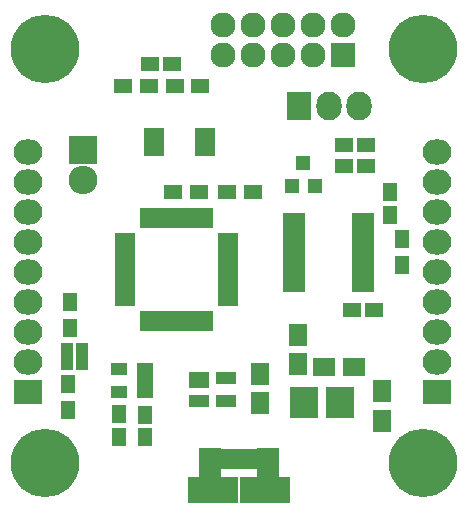
<source format=gts>
G04 #@! TF.FileFunction,Soldermask,Top*
%FSLAX46Y46*%
G04 Gerber Fmt 4.6, Leading zero omitted, Abs format (unit mm)*
G04 Created by KiCad (PCBNEW 4.0.2-stable) date 4/9/2016 9:23:23 PM*
%MOMM*%
G01*
G04 APERTURE LIST*
%ADD10C,0.100000*%
%ADD11C,5.800000*%
%ADD12R,1.150000X1.600000*%
%ADD13R,1.650000X1.900000*%
%ADD14R,1.900000X1.650000*%
%ADD15R,1.600000X1.150000*%
%ADD16R,2.127200X2.127200*%
%ADD17O,2.127200X2.127200*%
%ADD18R,1.600000X1.300000*%
%ADD19R,1.300000X1.600000*%
%ADD20R,1.460000X1.050000*%
%ADD21R,1.700000X0.650000*%
%ADD22R,0.650000X1.700000*%
%ADD23R,1.850000X0.850000*%
%ADD24R,1.200100X1.200100*%
%ADD25R,0.850000X1.780000*%
%ADD26R,1.875000X2.500000*%
%ADD27R,1.575000X2.300000*%
%ADD28R,2.775000X2.300000*%
%ADD29R,1.050000X1.250000*%
%ADD30R,2.432000X2.432000*%
%ADD31O,2.432000X2.432000*%
%ADD32R,2.127200X2.432000*%
%ADD33O,2.127200X2.432000*%
%ADD34R,2.400000X0.740000*%
%ADD35R,2.432000X2.127200*%
%ADD36O,2.432000X2.127200*%
%ADD37R,1.800000X2.400000*%
%ADD38R,1.700000X1.400000*%
%ADD39R,1.700000X1.000000*%
G04 APERTURE END LIST*
D10*
D11*
X84000000Y-124000000D03*
X116000000Y-124000000D03*
X116000000Y-89000000D03*
D12*
X92435680Y-119933680D03*
X92435680Y-121833680D03*
D13*
X102138480Y-118979000D03*
X102138480Y-116479000D03*
D12*
X90220800Y-119893040D03*
X90220800Y-121793040D03*
D13*
X112510000Y-117960000D03*
X112510000Y-120460000D03*
D14*
X110120000Y-115930000D03*
X107620000Y-115930000D03*
D15*
X94744580Y-90246200D03*
X92844580Y-90246200D03*
X109915920Y-111048800D03*
X111815920Y-111048800D03*
D12*
X113200000Y-103000000D03*
X113200000Y-101100000D03*
D13*
X105350000Y-115650000D03*
X105350000Y-113150000D03*
D15*
X109280000Y-97120000D03*
X111180000Y-97120000D03*
X109280000Y-98850000D03*
X111180000Y-98850000D03*
D16*
X109199680Y-89468960D03*
D17*
X109199680Y-86928960D03*
X106659680Y-89468960D03*
X106659680Y-86928960D03*
X104119680Y-89468960D03*
X104119680Y-86928960D03*
X101579680Y-89468960D03*
X101579680Y-86928960D03*
X99039680Y-89468960D03*
X99039680Y-86928960D03*
D18*
X99344300Y-101092000D03*
X101544300Y-101092000D03*
X94929780Y-92062300D03*
X97129780Y-92062300D03*
X90571140Y-92090240D03*
X92771140Y-92090240D03*
D19*
X114175000Y-105050000D03*
X114175000Y-107250000D03*
X85912960Y-119504640D03*
X85912960Y-117304640D03*
X86095840Y-110355200D03*
X86095840Y-112555200D03*
D18*
X97043420Y-101099620D03*
X94843420Y-101099620D03*
D20*
X92418080Y-117993200D03*
X92418080Y-117043200D03*
X92418080Y-116093200D03*
X90218080Y-116093200D03*
X90218080Y-117993200D03*
D21*
X99422200Y-110395200D03*
X99422200Y-109895200D03*
X99422200Y-109395200D03*
X99422200Y-108895200D03*
X99422200Y-108395200D03*
X99422200Y-107895200D03*
X99422200Y-107395200D03*
X99422200Y-106895200D03*
X99422200Y-106395200D03*
X99422200Y-105895200D03*
X99422200Y-105395200D03*
X99422200Y-104895200D03*
D22*
X97822200Y-103295200D03*
X97322200Y-103295200D03*
X96822200Y-103295200D03*
X96322200Y-103295200D03*
X95822200Y-103295200D03*
X95322200Y-103295200D03*
X94822200Y-103295200D03*
X94322200Y-103295200D03*
X93822200Y-103295200D03*
X93322200Y-103295200D03*
X92822200Y-103295200D03*
X92322200Y-103295200D03*
D21*
X90722200Y-104895200D03*
X90722200Y-105395200D03*
X90722200Y-105895200D03*
X90722200Y-106395200D03*
X90722200Y-106895200D03*
X90722200Y-107395200D03*
X90722200Y-107895200D03*
X90722200Y-108395200D03*
X90722200Y-108895200D03*
X90722200Y-109395200D03*
X90722200Y-109895200D03*
X90722200Y-110395200D03*
D22*
X92322200Y-111995200D03*
X92822200Y-111995200D03*
X93322200Y-111995200D03*
X93822200Y-111995200D03*
X94322200Y-111995200D03*
X94822200Y-111995200D03*
X95322200Y-111995200D03*
X95822200Y-111995200D03*
X96322200Y-111995200D03*
X96822200Y-111995200D03*
X97322200Y-111995200D03*
X97822200Y-111995200D03*
D23*
X105030480Y-103287640D03*
X105030480Y-103937640D03*
X105030480Y-104587640D03*
X105030480Y-105237640D03*
X105030480Y-105887640D03*
X105030480Y-106537640D03*
X105030480Y-107187640D03*
X105030480Y-107837640D03*
X105030480Y-108487640D03*
X105030480Y-109137640D03*
X110930480Y-109137640D03*
X110930480Y-108487640D03*
X110930480Y-107837640D03*
X110930480Y-107187640D03*
X110930480Y-106537640D03*
X110930480Y-105887640D03*
X110930480Y-105237640D03*
X110930480Y-104587640D03*
X110930480Y-103937640D03*
X110930480Y-103287640D03*
D24*
X104896880Y-100589080D03*
X106796880Y-100589080D03*
X105846880Y-98590100D03*
D25*
X101700640Y-123652280D03*
X101050640Y-123652280D03*
X100400640Y-123652280D03*
X99750640Y-123652280D03*
X99100640Y-123652280D03*
D26*
X102872540Y-124007880D03*
X97919540Y-124007880D03*
D27*
X99545140Y-126315280D03*
X101224540Y-126315280D03*
D28*
X97462340Y-126315280D03*
X103317040Y-126315280D03*
D29*
X85818380Y-115531900D03*
X85818380Y-114455600D03*
X87101680Y-115519200D03*
X87101680Y-114455600D03*
D30*
X87150000Y-97500000D03*
D31*
X87150000Y-100040000D03*
D32*
X105481120Y-93817440D03*
D33*
X108021120Y-93817440D03*
X110561120Y-93817440D03*
D34*
X108901360Y-117909700D03*
X105901360Y-117909700D03*
X108901360Y-118559700D03*
X105901360Y-118559700D03*
X108901360Y-119209700D03*
X105901360Y-119209700D03*
X108901360Y-119859700D03*
X105901360Y-119859700D03*
D35*
X82500000Y-118000000D03*
D36*
X82500000Y-115460000D03*
X82500000Y-112920000D03*
X82500000Y-110380000D03*
X82500000Y-107840000D03*
X82500000Y-105300000D03*
X82500000Y-102760000D03*
X82500000Y-100220000D03*
X82500000Y-97680000D03*
D37*
X97487280Y-96867980D03*
X93175280Y-96867980D03*
D11*
X84000000Y-89000000D03*
D35*
X117124480Y-118000000D03*
D36*
X117124480Y-115460000D03*
X117124480Y-112920000D03*
X117124480Y-110380000D03*
X117124480Y-107840000D03*
X117124480Y-105300000D03*
X117124480Y-102760000D03*
X117124480Y-100220000D03*
X117124480Y-97680000D03*
D38*
X97043240Y-117006700D03*
D39*
X99251340Y-118757700D03*
X99251340Y-116814600D03*
X97043240Y-118757700D03*
M02*

</source>
